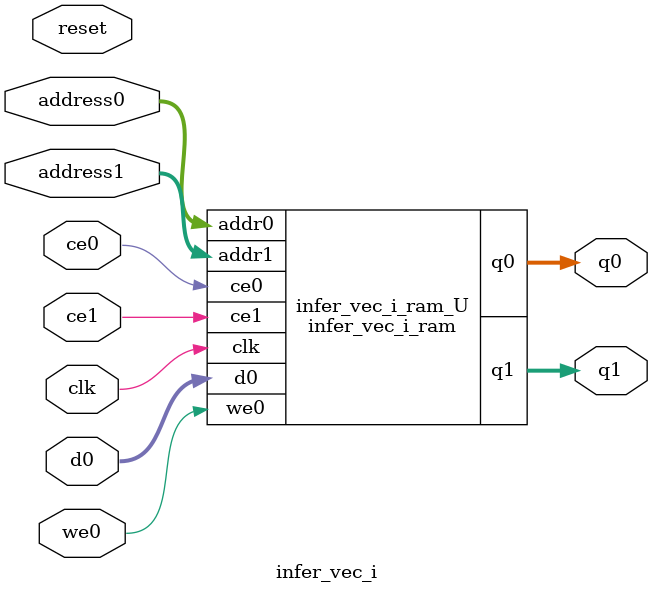
<source format=v>
`timescale 1 ns / 1 ps
module infer_vec_i_ram (addr0, ce0, d0, we0, q0, addr1, ce1, q1,  clk);

parameter DWIDTH = 32;
parameter AWIDTH = 7;
parameter MEM_SIZE = 92;

input[AWIDTH-1:0] addr0;
input ce0;
input[DWIDTH-1:0] d0;
input we0;
output reg[DWIDTH-1:0] q0;
input[AWIDTH-1:0] addr1;
input ce1;
output reg[DWIDTH-1:0] q1;
input clk;

(* ram_style = "block" *)reg [DWIDTH-1:0] ram[0:MEM_SIZE-1];




always @(posedge clk)  
begin 
    if (ce0) begin
        if (we0) 
            ram[addr0] <= d0; 
        q0 <= ram[addr0];
    end
end


always @(posedge clk)  
begin 
    if (ce1) begin
        q1 <= ram[addr1];
    end
end


endmodule

`timescale 1 ns / 1 ps
module infer_vec_i(
    reset,
    clk,
    address0,
    ce0,
    we0,
    d0,
    q0,
    address1,
    ce1,
    q1);

parameter DataWidth = 32'd32;
parameter AddressRange = 32'd92;
parameter AddressWidth = 32'd7;
input reset;
input clk;
input[AddressWidth - 1:0] address0;
input ce0;
input we0;
input[DataWidth - 1:0] d0;
output[DataWidth - 1:0] q0;
input[AddressWidth - 1:0] address1;
input ce1;
output[DataWidth - 1:0] q1;



infer_vec_i_ram infer_vec_i_ram_U(
    .clk( clk ),
    .addr0( address0 ),
    .ce0( ce0 ),
    .we0( we0 ),
    .d0( d0 ),
    .q0( q0 ),
    .addr1( address1 ),
    .ce1( ce1 ),
    .q1( q1 ));

endmodule


</source>
